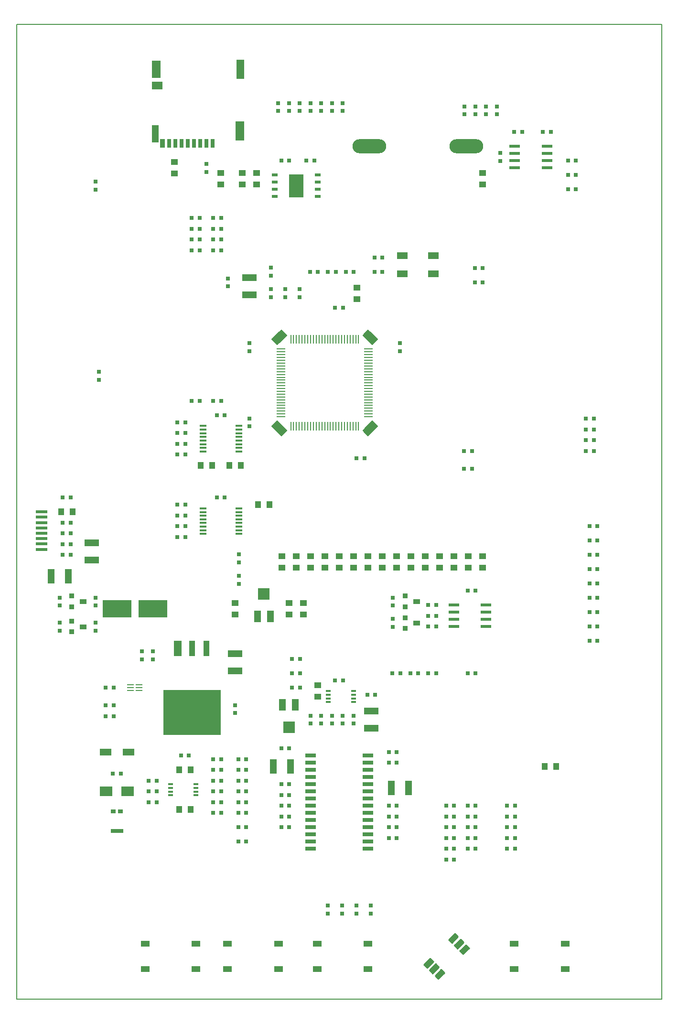
<source format=gbr>
%FSTAX23Y23*%
%MOIN*%
%SFA1B1*%

%IPPOS*%
%ADD12R,0.047000X0.122000*%
%ADD13R,0.055000X0.138000*%
%ADD14R,0.059000X0.122000*%
%ADD15R,0.063000X0.138000*%
%ADD16R,0.080000X0.047000*%
%ADD17R,0.200000X0.120000*%
%ADD18R,0.077000X0.055000*%
%ADD19R,0.031000X0.063000*%
%ADD20R,0.033000X0.063000*%
%ADD21C,0.010000*%
%ADD22R,0.030000X0.030000*%
%ADD23R,0.050000X0.040000*%
%ADD24R,0.060000X0.040000*%
%ADD25R,0.050000X0.100000*%
%ADD26R,0.035000X0.013000*%
%ADD27R,0.091000X0.069000*%
%ADD28R,0.075000X0.051000*%
%ADD29R,0.075000X0.025000*%
%ADD30R,0.079000X0.020000*%
%ADD31R,0.045000X0.012000*%
%ADD32R,0.039000X0.110000*%
%ADD33R,0.056000X0.110000*%
%ADD34R,0.402000X0.315000*%
%ADD35R,0.037000X0.028000*%
%ADD36R,0.087000X0.031000*%
%ADD37R,0.039000X0.020000*%
%ADD38R,0.100000X0.160000*%
%ADD39R,0.046000X0.011000*%
%ADD40R,0.046000X0.011000*%
%ADD41R,0.008000X0.059000*%
%ADD42R,0.059000X0.008000*%
%ADD43R,0.051000X0.079000*%
%ADD44R,0.079000X0.079000*%
%ADD45R,0.100000X0.050000*%
%ADD46R,0.050000X0.036000*%
%ADD47R,0.036000X0.036000*%
%ADD48R,0.040000X0.050000*%
%ADD49R,0.076000X0.024000*%
%ADD50O,0.236000X0.098000*%
%ADD51C,0.012000*%
%ADD57C,0.005000*%
%LNmb525b-1*%
%LPD*%
G54D12*
X39118Y56237D03*
G54D13*
X39713Y56689D03*
G54D14*
X39124Y56689D03*
G54D15*
X39709Y56256D03*
G54D16*
X3877Y51925D03*
X3893D03*
G54D17*
X3885Y52925D03*
X391D03*
G54D18*
X39133Y56573D03*
G54D19*
X39387Y56172D03*
X3943D03*
X393D03*
X39214D03*
X39517D03*
X39474D03*
X39257D03*
X39344D03*
G54D20*
X39169Y56172D03*
G54D21*
X41053Y50382D02*
X41032Y50403D01*
X41074Y50446*
X41096Y50424*
X41053Y50382*
Y50394D02*
X41044Y50403D01*
X41074Y50434*
X41084Y50424*
X41053Y50394*
X41055Y50404D02*
X41073Y50423D01*
X41226Y50554D02*
X41204Y50576D01*
X41247Y50618*
X41268Y50597*
X41226Y50554*
Y50566D02*
X41216Y50576D01*
X41247Y50606*
X41256Y50597*
X41226Y50566*
X41227Y50577D02*
X41245Y50596D01*
X41265Y50516D02*
X41243Y50537D01*
X41286Y50579*
X41307Y50558*
X41265Y50516*
Y50527D02*
X41255Y50537D01*
X41286Y50567*
X41295Y50558*
X41265Y50527*
X41266Y50538D02*
X41284Y50557D01*
X41187Y50593D02*
X41166Y50615D01*
X41208Y50657*
X41229Y50636*
X41187Y50593*
Y50605D02*
X41177Y50615D01*
X41208Y50645*
X41217Y50636*
X41187Y50605*
X41188Y50615D02*
X41206Y50635D01*
X41092Y50343D02*
X41071Y50364D01*
X41113Y50407*
X41134Y50385*
X41092Y50343*
Y50355D02*
X41083Y50364D01*
X41113Y50395*
X41123Y50385*
X41092Y50355*
X41094Y50365D02*
X41112Y50385D01*
X41014Y50421D02*
X40993Y50442D01*
X41035Y50484*
X41057Y50463*
X41014Y50421*
Y50433D02*
X41005Y50442D01*
X41035Y50473*
X41045Y50463*
X41014Y50433*
X41016Y50443D02*
X41034Y50462D01*
G54D22*
X40197Y55275D03*
X40252D03*
X40647D03*
X40702D03*
Y55375D03*
X40647D03*
X39577Y54375D03*
X39522D03*
X41998Y5595D03*
X42053D03*
X41998Y5605D03*
X42053D03*
X41403Y552D03*
X41347D03*
X40825Y54722D03*
Y54778D03*
X39752Y5165D03*
X39697D03*
X42123Y5425D03*
X42178D03*
X39577Y55575D03*
X39522D03*
X415Y56428D03*
Y56373D03*
X39373Y55425D03*
X39428D03*
X4035Y56397D03*
Y56452D03*
X41425Y56373D03*
Y56428D03*
X41275D03*
Y56373D03*
X4062Y50798D03*
Y50853D03*
X39697Y514D03*
X39752D03*
X41627Y5155D03*
X41572D03*
X387Y53002D03*
Y52947D03*
X40125Y55097D03*
Y55153D03*
X40025Y55097D03*
Y55153D03*
X38725Y54577D03*
Y54522D03*
X387Y55903D03*
Y55847D03*
X39373Y5565D03*
X39428D03*
X39925Y55303D03*
Y55248D03*
X4135Y56373D03*
Y56428D03*
X41572Y51475D03*
X41627D03*
X40125Y56397D03*
X39975Y56452D03*
X42202Y532D03*
X39752Y515D03*
X42147Y532D03*
X4052Y50853D03*
X4042D03*
X4032D03*
Y50798D03*
X4052D03*
X4042D03*
X39327Y5415D03*
X39272D03*
X41077Y52475D03*
X41022D03*
X40952D03*
X40897D03*
X41298D03*
X41353D03*
X4035Y52178D03*
Y52123D03*
X41272Y539D03*
X41327D03*
X41022Y528D03*
X41077D03*
X41022Y52875D03*
X41077D03*
X42178Y54025D03*
X42123D03*
X39697Y513D03*
X39752D03*
X42202Y531D03*
X42147D03*
X39373Y555D03*
X39428D03*
X39697Y51725D03*
X39752D03*
X40275Y52178D03*
Y52123D03*
X40127Y52375D03*
X40072D03*
X402Y52178D03*
Y52123D03*
X391Y52572D03*
Y52627D03*
X40125Y56452D03*
X40072Y52475D03*
X40127D03*
X39675Y52197D03*
Y52252D03*
X41347Y553D03*
X41403D03*
X40748Y51325D03*
X40803D03*
X39998Y5155D03*
X40053D03*
Y51475D03*
X39998D03*
X4005Y56452D03*
Y56397D03*
X40425Y56452D03*
X39548Y54275D03*
X39603D03*
X42147Y529D03*
X42202D03*
X39025Y52627D03*
Y52572D03*
X38528Y5345D03*
X38472D03*
X39697Y518D03*
X39752D03*
X39775Y54197D03*
X40373Y55025D03*
X40577Y53975D03*
X39775Y54722D03*
X41202Y5155D03*
X41147D03*
X41272Y54025D03*
X41327D03*
X39697Y51875D03*
X39752D03*
X39522D03*
X39577D03*
Y518D03*
X39522D03*
X40173Y5605D03*
X40228D03*
X39072Y5165D03*
X39127D03*
X42202Y527D03*
X42147D03*
X42202Y528D03*
X42147D03*
Y53D03*
X42202D03*
Y534D03*
X42147D03*
X42202Y533D03*
X42147D03*
X39998Y514D03*
X40053D03*
X40803Y5185D03*
X40748D03*
X39998Y5195D03*
X40053D03*
X40748Y51475D03*
X40803D03*
Y514D03*
X40748D03*
X40803Y51925D03*
X40748D03*
X41822Y5625D03*
X41877D03*
X40775Y52947D03*
Y53002D03*
X41202Y51175D03*
X41147D03*
X41298Y5125D03*
X41353D03*
X41298Y51325D03*
X41353D03*
X41298Y514D03*
X41353D03*
X41298Y5155D03*
X41353D03*
Y51475D03*
X41298D03*
X39522Y51575D03*
X39577D03*
X39522Y515D03*
X39577D03*
X405Y52123D03*
Y52178D03*
X39072Y51725D03*
X39127D03*
X40373Y52425D03*
X40428D03*
X38472Y53525D03*
X38528D03*
X42053Y5585D03*
X41998D03*
X41077Y5295D03*
X41022D03*
X3845Y52772D03*
Y52827D03*
X387Y52772D03*
Y52827D03*
X38827Y52175D03*
X38772D03*
X40322Y55275D03*
X40377D03*
X39625Y55228D03*
Y55173D03*
X40053Y517D03*
X39998D03*
X39373Y54375D03*
X39428D03*
X39577Y51725D03*
X39522D03*
X40425Y52123D03*
Y52178D03*
X38827Y5225D03*
X38772D03*
X40447Y55275D03*
X40502D03*
X40748Y5155D03*
X40803D03*
X40428Y55025D03*
X40522Y53975D03*
X39775Y54252D03*
Y54778D03*
X39697Y51575D03*
X39752D03*
X41147Y5125D03*
X41202D03*
X41147Y51325D03*
X41202D03*
X41147Y514D03*
X41202D03*
X41147Y51475D03*
X41202D03*
X39272Y53425D03*
X39327D03*
X39272Y54D03*
X39327D03*
X39272Y53575D03*
X39327D03*
X39272Y535D03*
X39327D03*
X39272Y54075D03*
X39327D03*
X39272Y5365D03*
X39327D03*
X39272Y54225D03*
X39327D03*
X39603Y537D03*
X39548D03*
X38877Y51775D03*
X38822D03*
X41525Y56103D03*
Y56048D03*
X42147Y535D03*
X42202D03*
X39522Y5165D03*
X39577D03*
X39127Y51575D03*
X39072D03*
X41627Y5125D03*
X41572D03*
X39998Y51625D03*
X40053D03*
X3845Y52947D03*
Y53002D03*
X40053Y5605D03*
X39998D03*
X40653Y52325D03*
X40597D03*
X38528Y533D03*
X38472D03*
Y537D03*
X38528D03*
Y53375D03*
X38472D03*
X39353Y519D03*
X39298D03*
X41572Y514D03*
X41627D03*
Y51325D03*
X41572D03*
X39697Y515D03*
X40127Y52575D03*
X40072D03*
X39475Y56028D03*
Y55972D03*
X397Y53248D03*
Y53303D03*
X40425Y56397D03*
X39975D03*
X39577Y555D03*
X39522D03*
X40275Y56452D03*
Y56397D03*
X39428Y55575D03*
X39373D03*
X40827Y52475D03*
X40772D03*
X397Y53153D03*
Y53097D03*
X39925Y55153D03*
Y55097D03*
X40775Y52798D03*
Y52853D03*
X41678Y5625D03*
X41623D03*
X38772Y52375D03*
X38827D03*
X41353Y5305D03*
X41298D03*
X42123Y54175D03*
X42178D03*
X39522Y55425D03*
X39577D03*
Y5565D03*
X39522D03*
X42178Y541D03*
X42123D03*
X402Y56452D03*
Y56397D03*
G54D23*
X39825Y55885D03*
Y55965D03*
X39725D03*
Y55885D03*
X4015Y52965D03*
Y52885D03*
X4025Y5231D03*
Y5239D03*
X409Y5329D03*
X408D03*
Y5321D03*
X3925Y5596D03*
Y5604D03*
X40525Y55085D03*
Y55165D03*
X4005Y52885D03*
Y52965D03*
X409Y5321D03*
X412Y5329D03*
Y5321D03*
X411Y5329D03*
Y5321D03*
X401D03*
Y5329D03*
X413Y5321D03*
Y5329D03*
X41Y5321D03*
Y5329D03*
X39675Y52965D03*
Y52885D03*
X4Y5321D03*
Y5329D03*
X39575Y55885D03*
Y55965D03*
X405Y5329D03*
Y5321D03*
X402Y5329D03*
Y5321D03*
X403D03*
Y5329D03*
X404Y5321D03*
Y5329D03*
X414Y55885D03*
Y55965D03*
X407Y5329D03*
Y5321D03*
X406Y5329D03*
Y5321D03*
X414Y5329D03*
Y5321D03*
G54D24*
X39048Y50412D03*
X39402D03*
Y50588D03*
X39048D03*
X40248Y50412D03*
X40602D03*
Y50588D03*
X40248D03*
X39977Y50412D03*
X39623D03*
Y50588D03*
X39977D03*
X41623D03*
X41977D03*
Y50412D03*
X41623D03*
G54D25*
X3839Y5315D03*
X3851D03*
X40765Y51675D03*
X40885D03*
X3994Y51825D03*
X4006D03*
G54D26*
X39402Y51623D03*
Y51649D03*
Y51674D03*
Y517D03*
X39225Y51623D03*
Y51649D03*
Y51674D03*
Y517D03*
X40502Y52273D03*
Y52299D03*
Y52324D03*
Y5235D03*
X40325Y52273D03*
Y52299D03*
Y52324D03*
Y5235D03*
G54D27*
X38925Y5165D03*
X38775D03*
G54D28*
X41058Y55388D03*
X40842Y55262D03*
X41058D03*
X40842Y55388D03*
G54D29*
X402Y5175D03*
Y5165D03*
Y517D03*
Y518D03*
Y5185D03*
Y519D03*
Y514D03*
X406Y5185D03*
X402Y515D03*
Y5145D03*
Y513D03*
X406Y5165D03*
Y515D03*
Y517D03*
Y5125D03*
Y513D03*
Y5175D03*
Y514D03*
Y5155D03*
Y5135D03*
Y516D03*
Y5145D03*
Y518D03*
X402Y516D03*
Y5155D03*
Y5135D03*
Y5125D03*
X406Y519D03*
G54D30*
X38325Y53338D03*
Y53563D03*
Y5345D03*
Y53488D03*
Y53525D03*
Y536D03*
Y53413D03*
Y53376D03*
G54D31*
X39702Y54021D03*
Y54046D03*
Y54072D03*
Y54098D03*
Y54123D03*
Y54149D03*
Y54174D03*
Y542D03*
X3945Y54021D03*
Y54046D03*
Y54072D03*
Y54098D03*
Y54123D03*
Y54149D03*
Y54174D03*
Y542D03*
X39702Y53446D03*
Y53471D03*
Y53497D03*
Y53523D03*
Y53548D03*
Y53574D03*
Y53599D03*
Y53625D03*
X3945Y53446D03*
Y53471D03*
Y53497D03*
Y53523D03*
Y53548D03*
Y53574D03*
Y53599D03*
Y53625D03*
G54D32*
X39375Y52649D03*
X39475D03*
G54D33*
X39275Y52649D03*
G54D34*
X39375Y522D03*
G54D35*
X38875Y5151D03*
X38825D03*
G54D36*
X3885Y51375D03*
G54D37*
X3995Y5595D03*
Y5585D03*
X4025Y5595D03*
Y559D03*
X3995Y558D03*
X4025D03*
X3995Y559D03*
X4025Y5585D03*
G54D38*
X401Y55875D03*
G54D39*
X38944Y52375D03*
Y52355D03*
X39006Y52395D03*
Y52375D03*
Y52355D03*
G54D40*
X38944Y52395D03*
G54D41*
X40517Y54804D03*
X40536D03*
X40497D03*
X40477D03*
X40457D03*
X40438D03*
X40418D03*
X40398D03*
X40379D03*
X40359D03*
X40339D03*
X4032D03*
X403D03*
X4028D03*
X40261D03*
X40241D03*
X40221D03*
X40202D03*
X40182D03*
X40162D03*
X40143D03*
X40123D03*
X40103D03*
X40083D03*
X40064D03*
Y54196D03*
X40083D03*
X40103D03*
X40123D03*
X40143D03*
X40162D03*
X40182D03*
X40202D03*
X40221D03*
X40241D03*
X40261D03*
X4028D03*
X403D03*
X4032D03*
X40339D03*
X40359D03*
X40379D03*
X40398D03*
X40418D03*
X40438D03*
X40457D03*
X40477D03*
X40497D03*
X40517D03*
X40536D03*
G54D42*
X39996Y54736D03*
Y54717D03*
Y54697D03*
Y54677D03*
Y54657D03*
Y54638D03*
Y54618D03*
Y54598D03*
Y54579D03*
Y54559D03*
Y54539D03*
Y5452D03*
Y545D03*
Y5448D03*
Y54461D03*
Y54441D03*
Y54421D03*
Y54402D03*
Y54382D03*
Y54362D03*
Y54343D03*
Y54323D03*
Y54283D03*
Y54264D03*
X40604D03*
Y54283D03*
Y54303D03*
Y54323D03*
Y54343D03*
Y54362D03*
Y54382D03*
Y54402D03*
Y54421D03*
Y54441D03*
Y54461D03*
Y5448D03*
Y545D03*
Y5452D03*
Y54539D03*
Y54559D03*
Y54579D03*
Y54598D03*
Y54618D03*
Y54638D03*
Y54657D03*
Y54677D03*
Y54697D03*
Y54717D03*
Y54736D03*
X39996Y54303D03*
G54D43*
X40095Y52254D03*
X40005D03*
X3992Y52871D03*
X3983D03*
G54D44*
X4005Y52096D03*
X39875Y53029D03*
G54D45*
X39675Y5249D03*
Y5261D03*
X39775Y55115D03*
Y55235D03*
X40625Y5209D03*
Y5221D03*
X38675Y53265D03*
Y53385D03*
G54D46*
X4094Y52825D03*
Y52974D03*
X38615Y52799D03*
Y52974D03*
G54D47*
X4086Y52787D03*
Y52862D03*
Y52938D03*
Y53013D03*
X38535Y52763D03*
Y52838D03*
Y52938D03*
Y53013D03*
G54D48*
X41835Y51825D03*
X41915D03*
X39285Y51525D03*
X39365D03*
X39285Y518D03*
X39365D03*
X39915Y5365D03*
X39835D03*
X39715Y53925D03*
X39635D03*
X39515D03*
X39435D03*
X3846Y536D03*
X3854D03*
G54D49*
X41625Y5615D03*
Y5605D03*
X4185Y5615D03*
Y561D03*
X41625Y56D03*
X4185D03*
X41625Y561D03*
X4185Y5605D03*
X412Y5295D03*
Y5285D03*
X41425Y5295D03*
Y529D03*
X412Y528D03*
X41425D03*
X412Y529D03*
X41425Y5285D03*
G54D50*
X40611Y5615D03*
X41289D03*
G54D51*
X39935Y54197D02*
X39969Y5423D01*
X4003Y54169*
X39997Y54135*
X39935Y54197*
X3995D02*
X39969Y54216D01*
X40016Y54169*
X39997Y5415*
X3995Y54197*
X39964D02*
X39969Y54202D01*
X40002Y54169*
X39997Y54164*
X39964Y54197*
X39973Y54192D02*
X39992Y54174D01*
X39969Y5477D02*
X39935Y54803D01*
X39997Y54865*
X4003Y54831*
X39969Y5477*
Y54784D02*
X3995Y54803D01*
X39997Y5485*
X40016Y54831*
X39969Y54784*
Y54798D02*
X39964Y54803D01*
X39997Y54836*
X40002Y54831*
X39969Y54798*
X39974Y54808D02*
X39992Y54827D01*
X40603Y54135D02*
X4057Y54169D01*
X40631Y5423*
X40665Y54197*
X40603Y54135*
Y5415D02*
X40584Y54169D01*
X40631Y54216*
X4065Y54197*
X40603Y5415*
Y54164D02*
X40598Y54169D01*
X40631Y54202*
X40636Y54197*
X40603Y54164*
X40608Y54173D02*
X40626Y54192D01*
X4057Y54831D02*
X40603Y54865D01*
X40665Y54803*
X40631Y5477*
X4057Y54831*
X40584D02*
X40603Y5485D01*
X4065Y54803*
X40631Y54784*
X40584Y54831*
X40598D02*
X40603Y54836D01*
X40636Y54803*
X40631Y54798*
X40598Y54831*
X40608Y54826D02*
X40627Y54808D01*
G54D57*
X4265Y502D02*
Y57D01*
X3815Y502D02*
X4265D01*
X3815Y57D02*
X4265D01*
X3815Y502D02*
Y57D01*
M02*
</source>
